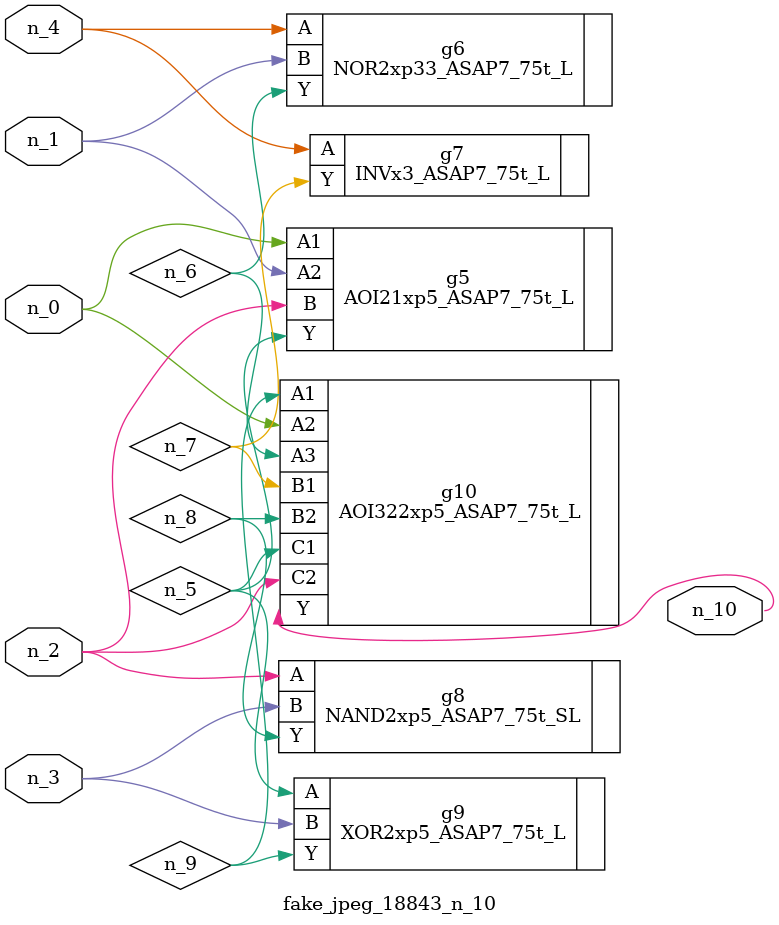
<source format=v>
module fake_jpeg_18843_n_10 (n_3, n_2, n_1, n_0, n_4, n_10);

input n_3;
input n_2;
input n_1;
input n_0;
input n_4;

output n_10;

wire n_8;
wire n_9;
wire n_6;
wire n_5;
wire n_7;

AOI21xp5_ASAP7_75t_L g5 ( 
.A1(n_0),
.A2(n_1),
.B(n_2),
.Y(n_5)
);

NOR2xp33_ASAP7_75t_L g6 ( 
.A(n_4),
.B(n_1),
.Y(n_6)
);

INVx3_ASAP7_75t_L g7 ( 
.A(n_4),
.Y(n_7)
);

NAND2xp5_ASAP7_75t_SL g8 ( 
.A(n_2),
.B(n_3),
.Y(n_8)
);

XOR2xp5_ASAP7_75t_L g9 ( 
.A(n_5),
.B(n_3),
.Y(n_9)
);

AOI322xp5_ASAP7_75t_L g10 ( 
.A1(n_9),
.A2(n_0),
.A3(n_6),
.B1(n_7),
.B2(n_8),
.C1(n_5),
.C2(n_2),
.Y(n_10)
);


endmodule
</source>
